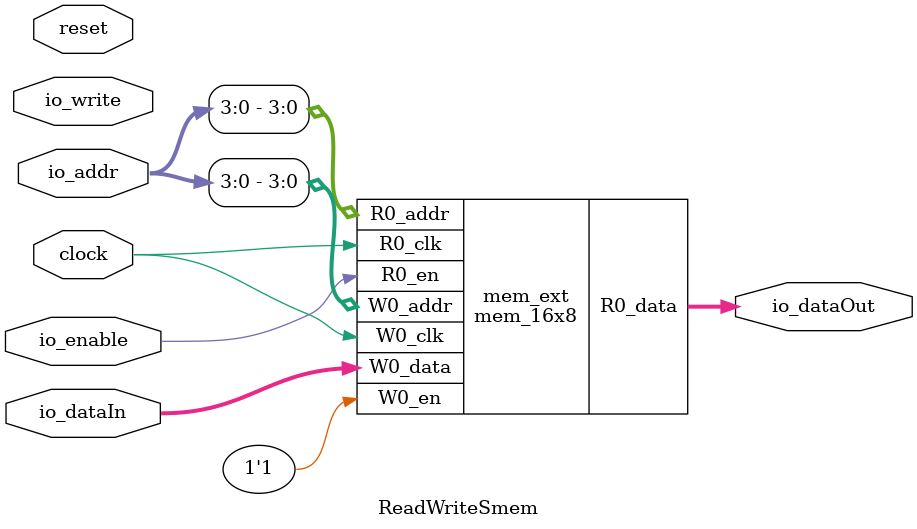
<source format=v>
module mem_16x8(
  input  [3:0] R0_addr,
  input        R0_en,
               R0_clk,
  input  [3:0] W0_addr,
  input        W0_en,
               W0_clk,
  input  [7:0] W0_data,
  output [7:0] R0_data
);

  reg [7:0] Memory[0:15];
  reg       _R0_en_d0;
  reg [3:0] _R0_addr_d0;
  always @(posedge R0_clk) begin
    _R0_en_d0 <= R0_en;
    _R0_addr_d0 <= R0_addr;
  end // always @(posedge)
  always @(posedge W0_clk) begin
    if (W0_en)
      Memory[W0_addr] <= W0_data;
  end // always @(posedge)
  assign R0_data = _R0_en_d0 ? Memory[_R0_addr_d0] : 8'bx;
endmodule

module ReadWriteSmem(
  input        clock,
               reset,
               io_enable,
               io_write,
  input  [9:0] io_addr,
  input  [7:0] io_dataIn,
  output [7:0] io_dataOut
);

  mem_16x8 mem_ext (
    .R0_addr (io_addr[3:0]),
    .R0_en   (io_enable),
    .R0_clk  (clock),
    .W0_addr (io_addr[3:0]),
    .W0_en   (1'h1),
    .W0_clk  (clock),
    .W0_data (io_dataIn),
    .R0_data (io_dataOut)
  );
endmodule


</source>
